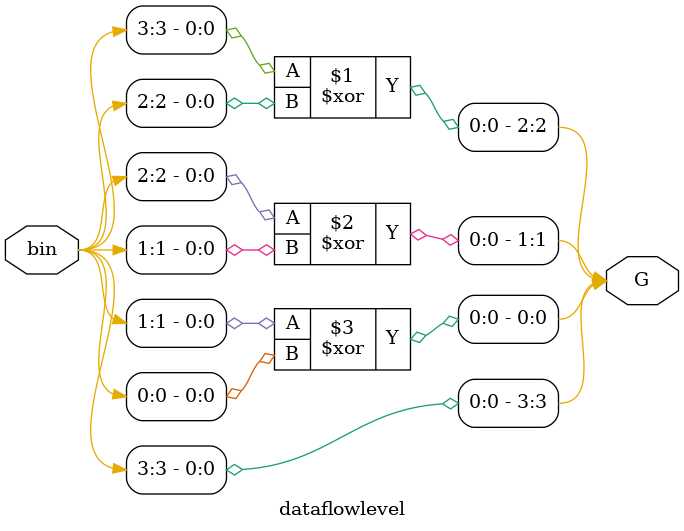
<source format=v>
`timescale 1ns / 1ps
module dataflowlevel(
    input [3:0] bin,
    output [3:0] G
);


//xor gates.
assign G[3] = bin[3];
assign G[2] = bin[3] ^ bin[2];
assign G[1] = bin[2] ^ bin[1];
assign G[0] = bin[1] ^ bin[0];

endmodule



</source>
